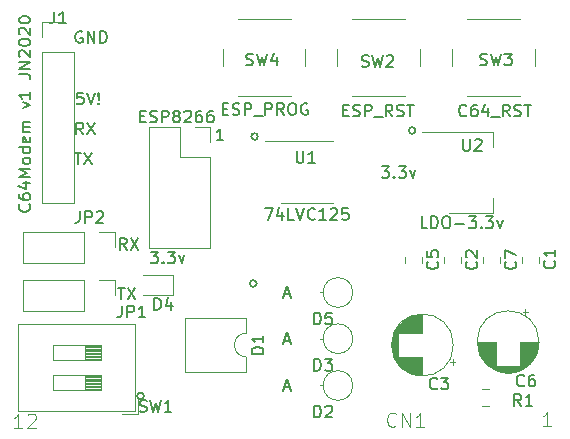
<source format=gbr>
%TF.GenerationSoftware,KiCad,Pcbnew,(5.1.6)-1*%
%TF.CreationDate,2020-09-04T20:31:26+02:00*%
%TF.ProjectId,c64modem,6336346d-6f64-4656-9d2e-6b696361645f,rev?*%
%TF.SameCoordinates,Original*%
%TF.FileFunction,Legend,Top*%
%TF.FilePolarity,Positive*%
%FSLAX46Y46*%
G04 Gerber Fmt 4.6, Leading zero omitted, Abs format (unit mm)*
G04 Created by KiCad (PCBNEW (5.1.6)-1) date 2020-09-04 20:31:26*
%MOMM*%
%LPD*%
G01*
G04 APERTURE LIST*
%ADD10C,0.150000*%
%ADD11C,0.120000*%
%ADD12C,0.101600*%
G04 APERTURE END LIST*
D10*
X160798238Y-82177380D02*
X160322047Y-82177380D01*
X160322047Y-81177380D01*
X161131571Y-82177380D02*
X161131571Y-81177380D01*
X161369666Y-81177380D01*
X161512523Y-81225000D01*
X161607761Y-81320238D01*
X161655380Y-81415476D01*
X161703000Y-81605952D01*
X161703000Y-81748809D01*
X161655380Y-81939285D01*
X161607761Y-82034523D01*
X161512523Y-82129761D01*
X161369666Y-82177380D01*
X161131571Y-82177380D01*
X162322047Y-81177380D02*
X162512523Y-81177380D01*
X162607761Y-81225000D01*
X162703000Y-81320238D01*
X162750619Y-81510714D01*
X162750619Y-81844047D01*
X162703000Y-82034523D01*
X162607761Y-82129761D01*
X162512523Y-82177380D01*
X162322047Y-82177380D01*
X162226809Y-82129761D01*
X162131571Y-82034523D01*
X162083952Y-81844047D01*
X162083952Y-81510714D01*
X162131571Y-81320238D01*
X162226809Y-81225000D01*
X162322047Y-81177380D01*
X163179190Y-81796428D02*
X163941095Y-81796428D01*
X164322047Y-81177380D02*
X164941095Y-81177380D01*
X164607761Y-81558333D01*
X164750619Y-81558333D01*
X164845857Y-81605952D01*
X164893476Y-81653571D01*
X164941095Y-81748809D01*
X164941095Y-81986904D01*
X164893476Y-82082142D01*
X164845857Y-82129761D01*
X164750619Y-82177380D01*
X164464904Y-82177380D01*
X164369666Y-82129761D01*
X164322047Y-82082142D01*
X165369666Y-82082142D02*
X165417285Y-82129761D01*
X165369666Y-82177380D01*
X165322047Y-82129761D01*
X165369666Y-82082142D01*
X165369666Y-82177380D01*
X165750619Y-81177380D02*
X166369666Y-81177380D01*
X166036333Y-81558333D01*
X166179190Y-81558333D01*
X166274428Y-81605952D01*
X166322047Y-81653571D01*
X166369666Y-81748809D01*
X166369666Y-81986904D01*
X166322047Y-82082142D01*
X166274428Y-82129761D01*
X166179190Y-82177380D01*
X165893476Y-82177380D01*
X165798238Y-82129761D01*
X165750619Y-82082142D01*
X166703000Y-81510714D02*
X166941095Y-82177380D01*
X167179190Y-81510714D01*
X147050571Y-80478380D02*
X147717238Y-80478380D01*
X147288666Y-81478380D01*
X148526761Y-80811714D02*
X148526761Y-81478380D01*
X148288666Y-80430761D02*
X148050571Y-81145047D01*
X148669619Y-81145047D01*
X149526761Y-81478380D02*
X149050571Y-81478380D01*
X149050571Y-80478380D01*
X149717238Y-80478380D02*
X150050571Y-81478380D01*
X150383904Y-80478380D01*
X151288666Y-81383142D02*
X151241047Y-81430761D01*
X151098190Y-81478380D01*
X151002952Y-81478380D01*
X150860095Y-81430761D01*
X150764857Y-81335523D01*
X150717238Y-81240285D01*
X150669619Y-81049809D01*
X150669619Y-80906952D01*
X150717238Y-80716476D01*
X150764857Y-80621238D01*
X150860095Y-80526000D01*
X151002952Y-80478380D01*
X151098190Y-80478380D01*
X151241047Y-80526000D01*
X151288666Y-80573619D01*
X152241047Y-81478380D02*
X151669619Y-81478380D01*
X151955333Y-81478380D02*
X151955333Y-80478380D01*
X151860095Y-80621238D01*
X151764857Y-80716476D01*
X151669619Y-80764095D01*
X152622000Y-80573619D02*
X152669619Y-80526000D01*
X152764857Y-80478380D01*
X153002952Y-80478380D01*
X153098190Y-80526000D01*
X153145809Y-80573619D01*
X153193428Y-80668857D01*
X153193428Y-80764095D01*
X153145809Y-80906952D01*
X152574380Y-81478380D01*
X153193428Y-81478380D01*
X154098190Y-80478380D02*
X153622000Y-80478380D01*
X153574380Y-80954571D01*
X153622000Y-80906952D01*
X153717238Y-80859333D01*
X153955333Y-80859333D01*
X154050571Y-80906952D01*
X154098190Y-80954571D01*
X154145809Y-81049809D01*
X154145809Y-81287904D01*
X154098190Y-81383142D01*
X154050571Y-81430761D01*
X153955333Y-81478380D01*
X153717238Y-81478380D01*
X153622000Y-81430761D01*
X153574380Y-81383142D01*
X164116047Y-72620142D02*
X164068428Y-72667761D01*
X163925571Y-72715380D01*
X163830333Y-72715380D01*
X163687476Y-72667761D01*
X163592238Y-72572523D01*
X163544619Y-72477285D01*
X163497000Y-72286809D01*
X163497000Y-72143952D01*
X163544619Y-71953476D01*
X163592238Y-71858238D01*
X163687476Y-71763000D01*
X163830333Y-71715380D01*
X163925571Y-71715380D01*
X164068428Y-71763000D01*
X164116047Y-71810619D01*
X164973190Y-71715380D02*
X164782714Y-71715380D01*
X164687476Y-71763000D01*
X164639857Y-71810619D01*
X164544619Y-71953476D01*
X164497000Y-72143952D01*
X164497000Y-72524904D01*
X164544619Y-72620142D01*
X164592238Y-72667761D01*
X164687476Y-72715380D01*
X164877952Y-72715380D01*
X164973190Y-72667761D01*
X165020809Y-72620142D01*
X165068428Y-72524904D01*
X165068428Y-72286809D01*
X165020809Y-72191571D01*
X164973190Y-72143952D01*
X164877952Y-72096333D01*
X164687476Y-72096333D01*
X164592238Y-72143952D01*
X164544619Y-72191571D01*
X164497000Y-72286809D01*
X165925571Y-72048714D02*
X165925571Y-72715380D01*
X165687476Y-71667761D02*
X165449380Y-72382047D01*
X166068428Y-72382047D01*
X166211285Y-72810619D02*
X166973190Y-72810619D01*
X167782714Y-72715380D02*
X167449380Y-72239190D01*
X167211285Y-72715380D02*
X167211285Y-71715380D01*
X167592238Y-71715380D01*
X167687476Y-71763000D01*
X167735095Y-71810619D01*
X167782714Y-71905857D01*
X167782714Y-72048714D01*
X167735095Y-72143952D01*
X167687476Y-72191571D01*
X167592238Y-72239190D01*
X167211285Y-72239190D01*
X168163666Y-72667761D02*
X168306523Y-72715380D01*
X168544619Y-72715380D01*
X168639857Y-72667761D01*
X168687476Y-72620142D01*
X168735095Y-72524904D01*
X168735095Y-72429666D01*
X168687476Y-72334428D01*
X168639857Y-72286809D01*
X168544619Y-72239190D01*
X168354142Y-72191571D01*
X168258904Y-72143952D01*
X168211285Y-72096333D01*
X168163666Y-72001095D01*
X168163666Y-71905857D01*
X168211285Y-71810619D01*
X168258904Y-71763000D01*
X168354142Y-71715380D01*
X168592238Y-71715380D01*
X168735095Y-71763000D01*
X169020809Y-71715380D02*
X169592238Y-71715380D01*
X169306523Y-72715380D02*
X169306523Y-71715380D01*
X153662428Y-72191571D02*
X153995761Y-72191571D01*
X154138619Y-72715380D02*
X153662428Y-72715380D01*
X153662428Y-71715380D01*
X154138619Y-71715380D01*
X154519571Y-72667761D02*
X154662428Y-72715380D01*
X154900523Y-72715380D01*
X154995761Y-72667761D01*
X155043380Y-72620142D01*
X155091000Y-72524904D01*
X155091000Y-72429666D01*
X155043380Y-72334428D01*
X154995761Y-72286809D01*
X154900523Y-72239190D01*
X154710047Y-72191571D01*
X154614809Y-72143952D01*
X154567190Y-72096333D01*
X154519571Y-72001095D01*
X154519571Y-71905857D01*
X154567190Y-71810619D01*
X154614809Y-71763000D01*
X154710047Y-71715380D01*
X154948142Y-71715380D01*
X155091000Y-71763000D01*
X155519571Y-72715380D02*
X155519571Y-71715380D01*
X155900523Y-71715380D01*
X155995761Y-71763000D01*
X156043380Y-71810619D01*
X156091000Y-71905857D01*
X156091000Y-72048714D01*
X156043380Y-72143952D01*
X155995761Y-72191571D01*
X155900523Y-72239190D01*
X155519571Y-72239190D01*
X156281476Y-72810619D02*
X157043380Y-72810619D01*
X157852904Y-72715380D02*
X157519571Y-72239190D01*
X157281476Y-72715380D02*
X157281476Y-71715380D01*
X157662428Y-71715380D01*
X157757666Y-71763000D01*
X157805285Y-71810619D01*
X157852904Y-71905857D01*
X157852904Y-72048714D01*
X157805285Y-72143952D01*
X157757666Y-72191571D01*
X157662428Y-72239190D01*
X157281476Y-72239190D01*
X158233857Y-72667761D02*
X158376714Y-72715380D01*
X158614809Y-72715380D01*
X158710047Y-72667761D01*
X158757666Y-72620142D01*
X158805285Y-72524904D01*
X158805285Y-72429666D01*
X158757666Y-72334428D01*
X158710047Y-72286809D01*
X158614809Y-72239190D01*
X158424333Y-72191571D01*
X158329095Y-72143952D01*
X158281476Y-72096333D01*
X158233857Y-72001095D01*
X158233857Y-71905857D01*
X158281476Y-71810619D01*
X158329095Y-71763000D01*
X158424333Y-71715380D01*
X158662428Y-71715380D01*
X158805285Y-71763000D01*
X159091000Y-71715380D02*
X159662428Y-71715380D01*
X159376714Y-72715380D02*
X159376714Y-71715380D01*
X143470761Y-72064571D02*
X143804095Y-72064571D01*
X143946952Y-72588380D02*
X143470761Y-72588380D01*
X143470761Y-71588380D01*
X143946952Y-71588380D01*
X144327904Y-72540761D02*
X144470761Y-72588380D01*
X144708857Y-72588380D01*
X144804095Y-72540761D01*
X144851714Y-72493142D01*
X144899333Y-72397904D01*
X144899333Y-72302666D01*
X144851714Y-72207428D01*
X144804095Y-72159809D01*
X144708857Y-72112190D01*
X144518380Y-72064571D01*
X144423142Y-72016952D01*
X144375523Y-71969333D01*
X144327904Y-71874095D01*
X144327904Y-71778857D01*
X144375523Y-71683619D01*
X144423142Y-71636000D01*
X144518380Y-71588380D01*
X144756476Y-71588380D01*
X144899333Y-71636000D01*
X145327904Y-72588380D02*
X145327904Y-71588380D01*
X145708857Y-71588380D01*
X145804095Y-71636000D01*
X145851714Y-71683619D01*
X145899333Y-71778857D01*
X145899333Y-71921714D01*
X145851714Y-72016952D01*
X145804095Y-72064571D01*
X145708857Y-72112190D01*
X145327904Y-72112190D01*
X146089809Y-72683619D02*
X146851714Y-72683619D01*
X147089809Y-72588380D02*
X147089809Y-71588380D01*
X147470761Y-71588380D01*
X147566000Y-71636000D01*
X147613619Y-71683619D01*
X147661238Y-71778857D01*
X147661238Y-71921714D01*
X147613619Y-72016952D01*
X147566000Y-72064571D01*
X147470761Y-72112190D01*
X147089809Y-72112190D01*
X148661238Y-72588380D02*
X148327904Y-72112190D01*
X148089809Y-72588380D02*
X148089809Y-71588380D01*
X148470761Y-71588380D01*
X148566000Y-71636000D01*
X148613619Y-71683619D01*
X148661238Y-71778857D01*
X148661238Y-71921714D01*
X148613619Y-72016952D01*
X148566000Y-72064571D01*
X148470761Y-72112190D01*
X148089809Y-72112190D01*
X149280285Y-71588380D02*
X149470761Y-71588380D01*
X149566000Y-71636000D01*
X149661238Y-71731238D01*
X149708857Y-71921714D01*
X149708857Y-72255047D01*
X149661238Y-72445523D01*
X149566000Y-72540761D01*
X149470761Y-72588380D01*
X149280285Y-72588380D01*
X149185047Y-72540761D01*
X149089809Y-72445523D01*
X149042190Y-72255047D01*
X149042190Y-71921714D01*
X149089809Y-71731238D01*
X149185047Y-71636000D01*
X149280285Y-71588380D01*
X150661238Y-71636000D02*
X150566000Y-71588380D01*
X150423142Y-71588380D01*
X150280285Y-71636000D01*
X150185047Y-71731238D01*
X150137428Y-71826476D01*
X150089809Y-72016952D01*
X150089809Y-72159809D01*
X150137428Y-72350285D01*
X150185047Y-72445523D01*
X150280285Y-72540761D01*
X150423142Y-72588380D01*
X150518380Y-72588380D01*
X150661238Y-72540761D01*
X150708857Y-72493142D01*
X150708857Y-72159809D01*
X150518380Y-72159809D01*
X156940428Y-76922380D02*
X157559476Y-76922380D01*
X157226142Y-77303333D01*
X157369000Y-77303333D01*
X157464238Y-77350952D01*
X157511857Y-77398571D01*
X157559476Y-77493809D01*
X157559476Y-77731904D01*
X157511857Y-77827142D01*
X157464238Y-77874761D01*
X157369000Y-77922380D01*
X157083285Y-77922380D01*
X156988047Y-77874761D01*
X156940428Y-77827142D01*
X157988047Y-77827142D02*
X158035666Y-77874761D01*
X157988047Y-77922380D01*
X157940428Y-77874761D01*
X157988047Y-77827142D01*
X157988047Y-77922380D01*
X158369000Y-76922380D02*
X158988047Y-76922380D01*
X158654714Y-77303333D01*
X158797571Y-77303333D01*
X158892809Y-77350952D01*
X158940428Y-77398571D01*
X158988047Y-77493809D01*
X158988047Y-77731904D01*
X158940428Y-77827142D01*
X158892809Y-77874761D01*
X158797571Y-77922380D01*
X158511857Y-77922380D01*
X158416619Y-77874761D01*
X158369000Y-77827142D01*
X159321380Y-77255714D02*
X159559476Y-77922380D01*
X159797571Y-77255714D01*
X135342333Y-84018380D02*
X135009000Y-83542190D01*
X134770904Y-84018380D02*
X134770904Y-83018380D01*
X135151857Y-83018380D01*
X135247095Y-83066000D01*
X135294714Y-83113619D01*
X135342333Y-83208857D01*
X135342333Y-83351714D01*
X135294714Y-83446952D01*
X135247095Y-83494571D01*
X135151857Y-83542190D01*
X134770904Y-83542190D01*
X135675666Y-83018380D02*
X136342333Y-84018380D01*
X136342333Y-83018380D02*
X135675666Y-84018380D01*
X136808981Y-96393000D02*
G75*
G03*
X136808981Y-96393000I-283981J0D01*
G01*
X146363961Y-86868000D02*
G75*
G03*
X146363961Y-86868000I-283981J0D01*
G01*
X159795981Y-73914000D02*
G75*
G03*
X159795981Y-73914000I-283981J0D01*
G01*
X146460981Y-74422000D02*
G75*
G03*
X146460981Y-74422000I-283981J0D01*
G01*
X131572095Y-65540000D02*
X131476857Y-65492380D01*
X131334000Y-65492380D01*
X131191142Y-65540000D01*
X131095904Y-65635238D01*
X131048285Y-65730476D01*
X131000666Y-65920952D01*
X131000666Y-66063809D01*
X131048285Y-66254285D01*
X131095904Y-66349523D01*
X131191142Y-66444761D01*
X131334000Y-66492380D01*
X131429238Y-66492380D01*
X131572095Y-66444761D01*
X131619714Y-66397142D01*
X131619714Y-66063809D01*
X131429238Y-66063809D01*
X132048285Y-66492380D02*
X132048285Y-65492380D01*
X132619714Y-66492380D01*
X132619714Y-65492380D01*
X133095904Y-66492380D02*
X133095904Y-65492380D01*
X133334000Y-65492380D01*
X133476857Y-65540000D01*
X133572095Y-65635238D01*
X133619714Y-65730476D01*
X133667333Y-65920952D01*
X133667333Y-66063809D01*
X133619714Y-66254285D01*
X133572095Y-66349523D01*
X133476857Y-66444761D01*
X133334000Y-66492380D01*
X133095904Y-66492380D01*
X130937095Y-75779380D02*
X131508523Y-75779380D01*
X131222809Y-76779380D02*
X131222809Y-75779380D01*
X131746619Y-75779380D02*
X132413285Y-76779380D01*
X132413285Y-75779380D02*
X131746619Y-76779380D01*
X131659333Y-74239380D02*
X131326000Y-73763190D01*
X131087904Y-74239380D02*
X131087904Y-73239380D01*
X131468857Y-73239380D01*
X131564095Y-73287000D01*
X131611714Y-73334619D01*
X131659333Y-73429857D01*
X131659333Y-73572714D01*
X131611714Y-73667952D01*
X131564095Y-73715571D01*
X131468857Y-73763190D01*
X131087904Y-73763190D01*
X131992666Y-73239380D02*
X132659333Y-74239380D01*
X132659333Y-73239380D02*
X131992666Y-74239380D01*
X131651428Y-70699380D02*
X131175238Y-70699380D01*
X131127619Y-71175571D01*
X131175238Y-71127952D01*
X131270476Y-71080333D01*
X131508571Y-71080333D01*
X131603809Y-71127952D01*
X131651428Y-71175571D01*
X131699047Y-71270809D01*
X131699047Y-71508904D01*
X131651428Y-71604142D01*
X131603809Y-71651761D01*
X131508571Y-71699380D01*
X131270476Y-71699380D01*
X131175238Y-71651761D01*
X131127619Y-71604142D01*
X131984761Y-70699380D02*
X132318095Y-71699380D01*
X132651428Y-70699380D01*
X132984761Y-71604142D02*
X133032380Y-71651761D01*
X132984761Y-71699380D01*
X132937142Y-71651761D01*
X132984761Y-71604142D01*
X132984761Y-71699380D01*
X132984761Y-71318428D02*
X132937142Y-70747000D01*
X132984761Y-70699380D01*
X133032380Y-70747000D01*
X132984761Y-71318428D01*
X132984761Y-70699380D01*
X143541714Y-74747380D02*
X142970285Y-74747380D01*
X143256000Y-74747380D02*
X143256000Y-73747380D01*
X143160761Y-73890238D01*
X143065523Y-73985476D01*
X142970285Y-74033095D01*
X137382428Y-84161380D02*
X138001476Y-84161380D01*
X137668142Y-84542333D01*
X137811000Y-84542333D01*
X137906238Y-84589952D01*
X137953857Y-84637571D01*
X138001476Y-84732809D01*
X138001476Y-84970904D01*
X137953857Y-85066142D01*
X137906238Y-85113761D01*
X137811000Y-85161380D01*
X137525285Y-85161380D01*
X137430047Y-85113761D01*
X137382428Y-85066142D01*
X138430047Y-85066142D02*
X138477666Y-85113761D01*
X138430047Y-85161380D01*
X138382428Y-85113761D01*
X138430047Y-85066142D01*
X138430047Y-85161380D01*
X138811000Y-84161380D02*
X139430047Y-84161380D01*
X139096714Y-84542333D01*
X139239571Y-84542333D01*
X139334809Y-84589952D01*
X139382428Y-84637571D01*
X139430047Y-84732809D01*
X139430047Y-84970904D01*
X139382428Y-85066142D01*
X139334809Y-85113761D01*
X139239571Y-85161380D01*
X138953857Y-85161380D01*
X138858619Y-85113761D01*
X138811000Y-85066142D01*
X139763380Y-84494714D02*
X140001476Y-85161380D01*
X140239571Y-84494714D01*
X127103142Y-80159857D02*
X127150761Y-80207476D01*
X127198380Y-80350333D01*
X127198380Y-80445571D01*
X127150761Y-80588428D01*
X127055523Y-80683666D01*
X126960285Y-80731285D01*
X126769809Y-80778904D01*
X126626952Y-80778904D01*
X126436476Y-80731285D01*
X126341238Y-80683666D01*
X126246000Y-80588428D01*
X126198380Y-80445571D01*
X126198380Y-80350333D01*
X126246000Y-80207476D01*
X126293619Y-80159857D01*
X126198380Y-79302714D02*
X126198380Y-79493190D01*
X126246000Y-79588428D01*
X126293619Y-79636047D01*
X126436476Y-79731285D01*
X126626952Y-79778904D01*
X127007904Y-79778904D01*
X127103142Y-79731285D01*
X127150761Y-79683666D01*
X127198380Y-79588428D01*
X127198380Y-79397952D01*
X127150761Y-79302714D01*
X127103142Y-79255095D01*
X127007904Y-79207476D01*
X126769809Y-79207476D01*
X126674571Y-79255095D01*
X126626952Y-79302714D01*
X126579333Y-79397952D01*
X126579333Y-79588428D01*
X126626952Y-79683666D01*
X126674571Y-79731285D01*
X126769809Y-79778904D01*
X126531714Y-78350333D02*
X127198380Y-78350333D01*
X126150761Y-78588428D02*
X126865047Y-78826523D01*
X126865047Y-78207476D01*
X127198380Y-77826523D02*
X126198380Y-77826523D01*
X126912666Y-77493190D01*
X126198380Y-77159857D01*
X127198380Y-77159857D01*
X127198380Y-76540809D02*
X127150761Y-76636047D01*
X127103142Y-76683666D01*
X127007904Y-76731285D01*
X126722190Y-76731285D01*
X126626952Y-76683666D01*
X126579333Y-76636047D01*
X126531714Y-76540809D01*
X126531714Y-76397952D01*
X126579333Y-76302714D01*
X126626952Y-76255095D01*
X126722190Y-76207476D01*
X127007904Y-76207476D01*
X127103142Y-76255095D01*
X127150761Y-76302714D01*
X127198380Y-76397952D01*
X127198380Y-76540809D01*
X127198380Y-75350333D02*
X126198380Y-75350333D01*
X127150761Y-75350333D02*
X127198380Y-75445571D01*
X127198380Y-75636047D01*
X127150761Y-75731285D01*
X127103142Y-75778904D01*
X127007904Y-75826523D01*
X126722190Y-75826523D01*
X126626952Y-75778904D01*
X126579333Y-75731285D01*
X126531714Y-75636047D01*
X126531714Y-75445571D01*
X126579333Y-75350333D01*
X127150761Y-74493190D02*
X127198380Y-74588428D01*
X127198380Y-74778904D01*
X127150761Y-74874142D01*
X127055523Y-74921761D01*
X126674571Y-74921761D01*
X126579333Y-74874142D01*
X126531714Y-74778904D01*
X126531714Y-74588428D01*
X126579333Y-74493190D01*
X126674571Y-74445571D01*
X126769809Y-74445571D01*
X126865047Y-74921761D01*
X127198380Y-74017000D02*
X126531714Y-74017000D01*
X126626952Y-74017000D02*
X126579333Y-73969380D01*
X126531714Y-73874142D01*
X126531714Y-73731285D01*
X126579333Y-73636047D01*
X126674571Y-73588428D01*
X127198380Y-73588428D01*
X126674571Y-73588428D02*
X126579333Y-73540809D01*
X126531714Y-73445571D01*
X126531714Y-73302714D01*
X126579333Y-73207476D01*
X126674571Y-73159857D01*
X127198380Y-73159857D01*
X126531714Y-72017000D02*
X127198380Y-71778904D01*
X126531714Y-71540809D01*
X127198380Y-70636047D02*
X127198380Y-71207476D01*
X127198380Y-70921761D02*
X126198380Y-70921761D01*
X126341238Y-71017000D01*
X126436476Y-71112238D01*
X126484095Y-71207476D01*
X126198380Y-69159857D02*
X126912666Y-69159857D01*
X127055523Y-69207476D01*
X127150761Y-69302714D01*
X127198380Y-69445571D01*
X127198380Y-69540809D01*
X127198380Y-68683666D02*
X126198380Y-68683666D01*
X127198380Y-68112238D01*
X126198380Y-68112238D01*
X126293619Y-67683666D02*
X126246000Y-67636047D01*
X126198380Y-67540809D01*
X126198380Y-67302714D01*
X126246000Y-67207476D01*
X126293619Y-67159857D01*
X126388857Y-67112238D01*
X126484095Y-67112238D01*
X126626952Y-67159857D01*
X127198380Y-67731285D01*
X127198380Y-67112238D01*
X126198380Y-66493190D02*
X126198380Y-66397952D01*
X126246000Y-66302714D01*
X126293619Y-66255095D01*
X126388857Y-66207476D01*
X126579333Y-66159857D01*
X126817428Y-66159857D01*
X127007904Y-66207476D01*
X127103142Y-66255095D01*
X127150761Y-66302714D01*
X127198380Y-66397952D01*
X127198380Y-66493190D01*
X127150761Y-66588428D01*
X127103142Y-66636047D01*
X127007904Y-66683666D01*
X126817428Y-66731285D01*
X126579333Y-66731285D01*
X126388857Y-66683666D01*
X126293619Y-66636047D01*
X126246000Y-66588428D01*
X126198380Y-66493190D01*
X126293619Y-65778904D02*
X126246000Y-65731285D01*
X126198380Y-65636047D01*
X126198380Y-65397952D01*
X126246000Y-65302714D01*
X126293619Y-65255095D01*
X126388857Y-65207476D01*
X126484095Y-65207476D01*
X126626952Y-65255095D01*
X127198380Y-65826523D01*
X127198380Y-65207476D01*
X126198380Y-64588428D02*
X126198380Y-64493190D01*
X126246000Y-64397952D01*
X126293619Y-64350333D01*
X126388857Y-64302714D01*
X126579333Y-64255095D01*
X126817428Y-64255095D01*
X127007904Y-64302714D01*
X127103142Y-64350333D01*
X127150761Y-64397952D01*
X127198380Y-64493190D01*
X127198380Y-64588428D01*
X127150761Y-64683666D01*
X127103142Y-64731285D01*
X127007904Y-64778904D01*
X126817428Y-64826523D01*
X126579333Y-64826523D01*
X126388857Y-64778904D01*
X126293619Y-64731285D01*
X126246000Y-64683666D01*
X126198380Y-64588428D01*
X134620095Y-87209380D02*
X135191523Y-87209380D01*
X134905809Y-88209380D02*
X134905809Y-87209380D01*
X135429619Y-87209380D02*
X136096285Y-88209380D01*
X136096285Y-87209380D02*
X135429619Y-88209380D01*
D11*
%TO.C,U2*%
X166375000Y-80880000D02*
X166375000Y-79620000D01*
X166375000Y-74060000D02*
X166375000Y-75320000D01*
X162615000Y-80880000D02*
X166375000Y-80880000D01*
X160365000Y-74060000D02*
X166375000Y-74060000D01*
%TO.C,U1*%
X150622000Y-74845000D02*
X147022000Y-74845000D01*
X150622000Y-74845000D02*
X152822000Y-74845000D01*
X150622000Y-80065000D02*
X148422000Y-80065000D01*
X150622000Y-80065000D02*
X152822000Y-80065000D01*
%TO.C,ESP8266*%
X141097000Y-73600000D02*
X142427000Y-73600000D01*
X142427000Y-73600000D02*
X142427000Y-74930000D01*
X139827000Y-73600000D02*
X139827000Y-76200000D01*
X139827000Y-76200000D02*
X142427000Y-76200000D01*
X142427000Y-76200000D02*
X142427000Y-83880000D01*
X137227000Y-83880000D02*
X142427000Y-83880000D01*
X137227000Y-73600000D02*
X137227000Y-83880000D01*
X137227000Y-73600000D02*
X139827000Y-73600000D01*
%TO.C,SW1*%
X136077500Y-97670000D02*
X126177500Y-97670000D01*
X136077500Y-90290000D02*
X126177500Y-90290000D01*
X136077500Y-97670000D02*
X136077500Y-90290000D01*
X126177500Y-97670000D02*
X126177500Y-90290000D01*
X136317500Y-97910000D02*
X134933500Y-97910000D01*
X136317500Y-97910000D02*
X136317500Y-96527000D01*
X133157500Y-95885000D02*
X133157500Y-94615000D01*
X133157500Y-94615000D02*
X129097500Y-94615000D01*
X129097500Y-94615000D02*
X129097500Y-95885000D01*
X129097500Y-95885000D02*
X133157500Y-95885000D01*
X133157500Y-95765000D02*
X131804167Y-95765000D01*
X133157500Y-95645000D02*
X131804167Y-95645000D01*
X133157500Y-95525000D02*
X131804167Y-95525000D01*
X133157500Y-95405000D02*
X131804167Y-95405000D01*
X133157500Y-95285000D02*
X131804167Y-95285000D01*
X133157500Y-95165000D02*
X131804167Y-95165000D01*
X133157500Y-95045000D02*
X131804167Y-95045000D01*
X133157500Y-94925000D02*
X131804167Y-94925000D01*
X133157500Y-94805000D02*
X131804167Y-94805000D01*
X133157500Y-94685000D02*
X131804167Y-94685000D01*
X131804167Y-95885000D02*
X131804167Y-94615000D01*
X133157500Y-93345000D02*
X133157500Y-92075000D01*
X133157500Y-92075000D02*
X129097500Y-92075000D01*
X129097500Y-92075000D02*
X129097500Y-93345000D01*
X129097500Y-93345000D02*
X133157500Y-93345000D01*
X133157500Y-93225000D02*
X131804167Y-93225000D01*
X133157500Y-93105000D02*
X131804167Y-93105000D01*
X133157500Y-92985000D02*
X131804167Y-92985000D01*
X133157500Y-92865000D02*
X131804167Y-92865000D01*
X133157500Y-92745000D02*
X131804167Y-92745000D01*
X133157500Y-92625000D02*
X131804167Y-92625000D01*
X133157500Y-92505000D02*
X131804167Y-92505000D01*
X133157500Y-92385000D02*
X131804167Y-92385000D01*
X133157500Y-92265000D02*
X131804167Y-92265000D01*
X133157500Y-92145000D02*
X131804167Y-92145000D01*
X131804167Y-93345000D02*
X131804167Y-92075000D01*
%TO.C,SW4*%
X149241000Y-64477000D02*
X144741000Y-64477000D01*
X150491000Y-68477000D02*
X150491000Y-66977000D01*
X144741000Y-70977000D02*
X149241000Y-70977000D01*
X143491000Y-66977000D02*
X143491000Y-68477000D01*
%TO.C,SW3*%
X168672000Y-64477000D02*
X164172000Y-64477000D01*
X169922000Y-68477000D02*
X169922000Y-66977000D01*
X164172000Y-70977000D02*
X168672000Y-70977000D01*
X162922000Y-66977000D02*
X162922000Y-68477000D01*
%TO.C,SW2*%
X158943800Y-64477000D02*
X154443800Y-64477000D01*
X160193800Y-68477000D02*
X160193800Y-66977000D01*
X154443800Y-70977000D02*
X158943800Y-70977000D01*
X153193800Y-66977000D02*
X153193800Y-68477000D01*
%TO.C,R1*%
X165473748Y-95810000D02*
X165996252Y-95810000D01*
X165473748Y-97230000D02*
X165996252Y-97230000D01*
%TO.C,JP2*%
X126584400Y-82490000D02*
X126584400Y-85150000D01*
X131724400Y-82490000D02*
X126584400Y-82490000D01*
X131724400Y-85150000D02*
X126584400Y-85150000D01*
X131724400Y-82490000D02*
X131724400Y-85150000D01*
X132994400Y-82490000D02*
X134324400Y-82490000D01*
X134324400Y-82490000D02*
X134324400Y-83820000D01*
%TO.C,JP1*%
X126584400Y-86554000D02*
X126584400Y-89214000D01*
X131724400Y-86554000D02*
X126584400Y-86554000D01*
X131724400Y-89214000D02*
X126584400Y-89214000D01*
X131724400Y-86554000D02*
X131724400Y-89214000D01*
X132994400Y-86554000D02*
X134324400Y-86554000D01*
X134324400Y-86554000D02*
X134324400Y-87884000D01*
%TO.C,J1*%
X128210000Y-80070000D02*
X130870000Y-80070000D01*
X128210000Y-67310000D02*
X128210000Y-80070000D01*
X130870000Y-67310000D02*
X130870000Y-80070000D01*
X128210000Y-67310000D02*
X130870000Y-67310000D01*
X128210000Y-66040000D02*
X128210000Y-64710000D01*
X128210000Y-64710000D02*
X129540000Y-64710000D01*
%TO.C,D5*%
X154493860Y-87630000D02*
G75*
G03*
X154493860Y-87630000I-1255660J0D01*
G01*
X151982540Y-87630000D02*
X151748200Y-87630000D01*
%TO.C,D4*%
X139295000Y-87845000D02*
X139295000Y-86145000D01*
X139295000Y-86145000D02*
X136745000Y-86145000D01*
X139295000Y-87845000D02*
X136745000Y-87845000D01*
%TO.C,D3*%
X154493860Y-91541600D02*
G75*
G03*
X154493860Y-91541600I-1255660J0D01*
G01*
X151982540Y-91541600D02*
X151748200Y-91541600D01*
%TO.C,D2*%
X154493860Y-95504000D02*
G75*
G03*
X154493860Y-95504000I-1255660J0D01*
G01*
X151982540Y-95504000D02*
X151748200Y-95504000D01*
%TO.C,D1*%
X145475000Y-91075000D02*
X145475000Y-89825000D01*
X145475000Y-89825000D02*
X140275000Y-89825000D01*
X140275000Y-89825000D02*
X140275000Y-94325000D01*
X140275000Y-94325000D02*
X145475000Y-94325000D01*
X145475000Y-94325000D02*
X145475000Y-93075000D01*
X145475000Y-93075000D02*
G75*
G02*
X145475000Y-91075000I0J1000000D01*
G01*
%TO.C,C7*%
X166953000Y-84583748D02*
X166953000Y-85106252D01*
X165533000Y-84583748D02*
X165533000Y-85106252D01*
%TO.C,C6*%
X170260000Y-91805000D02*
G75*
G03*
X170260000Y-91805000I-2620000J0D01*
G01*
X166600000Y-91805000D02*
X165060000Y-91805000D01*
X170220000Y-91805000D02*
X168680000Y-91805000D01*
X166600000Y-91845000D02*
X165060000Y-91845000D01*
X170220000Y-91845000D02*
X168680000Y-91845000D01*
X170219000Y-91885000D02*
X168680000Y-91885000D01*
X166600000Y-91885000D02*
X165061000Y-91885000D01*
X170218000Y-91925000D02*
X168680000Y-91925000D01*
X166600000Y-91925000D02*
X165062000Y-91925000D01*
X170216000Y-91965000D02*
X168680000Y-91965000D01*
X166600000Y-91965000D02*
X165064000Y-91965000D01*
X170213000Y-92005000D02*
X168680000Y-92005000D01*
X166600000Y-92005000D02*
X165067000Y-92005000D01*
X170209000Y-92045000D02*
X168680000Y-92045000D01*
X166600000Y-92045000D02*
X165071000Y-92045000D01*
X170205000Y-92085000D02*
X168680000Y-92085000D01*
X166600000Y-92085000D02*
X165075000Y-92085000D01*
X170201000Y-92125000D02*
X168680000Y-92125000D01*
X166600000Y-92125000D02*
X165079000Y-92125000D01*
X170196000Y-92165000D02*
X168680000Y-92165000D01*
X166600000Y-92165000D02*
X165084000Y-92165000D01*
X170190000Y-92205000D02*
X168680000Y-92205000D01*
X166600000Y-92205000D02*
X165090000Y-92205000D01*
X170183000Y-92245000D02*
X168680000Y-92245000D01*
X166600000Y-92245000D02*
X165097000Y-92245000D01*
X170176000Y-92285000D02*
X168680000Y-92285000D01*
X166600000Y-92285000D02*
X165104000Y-92285000D01*
X170168000Y-92325000D02*
X168680000Y-92325000D01*
X166600000Y-92325000D02*
X165112000Y-92325000D01*
X170160000Y-92365000D02*
X168680000Y-92365000D01*
X166600000Y-92365000D02*
X165120000Y-92365000D01*
X170151000Y-92405000D02*
X168680000Y-92405000D01*
X166600000Y-92405000D02*
X165129000Y-92405000D01*
X170141000Y-92445000D02*
X168680000Y-92445000D01*
X166600000Y-92445000D02*
X165139000Y-92445000D01*
X170131000Y-92485000D02*
X168680000Y-92485000D01*
X166600000Y-92485000D02*
X165149000Y-92485000D01*
X170120000Y-92526000D02*
X168680000Y-92526000D01*
X166600000Y-92526000D02*
X165160000Y-92526000D01*
X170108000Y-92566000D02*
X168680000Y-92566000D01*
X166600000Y-92566000D02*
X165172000Y-92566000D01*
X170095000Y-92606000D02*
X168680000Y-92606000D01*
X166600000Y-92606000D02*
X165185000Y-92606000D01*
X170082000Y-92646000D02*
X168680000Y-92646000D01*
X166600000Y-92646000D02*
X165198000Y-92646000D01*
X170068000Y-92686000D02*
X168680000Y-92686000D01*
X166600000Y-92686000D02*
X165212000Y-92686000D01*
X170054000Y-92726000D02*
X168680000Y-92726000D01*
X166600000Y-92726000D02*
X165226000Y-92726000D01*
X170038000Y-92766000D02*
X168680000Y-92766000D01*
X166600000Y-92766000D02*
X165242000Y-92766000D01*
X170022000Y-92806000D02*
X168680000Y-92806000D01*
X166600000Y-92806000D02*
X165258000Y-92806000D01*
X170005000Y-92846000D02*
X168680000Y-92846000D01*
X166600000Y-92846000D02*
X165275000Y-92846000D01*
X169988000Y-92886000D02*
X168680000Y-92886000D01*
X166600000Y-92886000D02*
X165292000Y-92886000D01*
X169969000Y-92926000D02*
X168680000Y-92926000D01*
X166600000Y-92926000D02*
X165311000Y-92926000D01*
X169950000Y-92966000D02*
X168680000Y-92966000D01*
X166600000Y-92966000D02*
X165330000Y-92966000D01*
X169930000Y-93006000D02*
X168680000Y-93006000D01*
X166600000Y-93006000D02*
X165350000Y-93006000D01*
X169908000Y-93046000D02*
X168680000Y-93046000D01*
X166600000Y-93046000D02*
X165372000Y-93046000D01*
X169887000Y-93086000D02*
X168680000Y-93086000D01*
X166600000Y-93086000D02*
X165393000Y-93086000D01*
X169864000Y-93126000D02*
X168680000Y-93126000D01*
X166600000Y-93126000D02*
X165416000Y-93126000D01*
X169840000Y-93166000D02*
X168680000Y-93166000D01*
X166600000Y-93166000D02*
X165440000Y-93166000D01*
X169815000Y-93206000D02*
X168680000Y-93206000D01*
X166600000Y-93206000D02*
X165465000Y-93206000D01*
X169789000Y-93246000D02*
X168680000Y-93246000D01*
X166600000Y-93246000D02*
X165491000Y-93246000D01*
X169762000Y-93286000D02*
X168680000Y-93286000D01*
X166600000Y-93286000D02*
X165518000Y-93286000D01*
X169735000Y-93326000D02*
X168680000Y-93326000D01*
X166600000Y-93326000D02*
X165545000Y-93326000D01*
X169705000Y-93366000D02*
X168680000Y-93366000D01*
X166600000Y-93366000D02*
X165575000Y-93366000D01*
X169675000Y-93406000D02*
X168680000Y-93406000D01*
X166600000Y-93406000D02*
X165605000Y-93406000D01*
X169644000Y-93446000D02*
X168680000Y-93446000D01*
X166600000Y-93446000D02*
X165636000Y-93446000D01*
X169611000Y-93486000D02*
X168680000Y-93486000D01*
X166600000Y-93486000D02*
X165669000Y-93486000D01*
X169577000Y-93526000D02*
X168680000Y-93526000D01*
X166600000Y-93526000D02*
X165703000Y-93526000D01*
X169541000Y-93566000D02*
X168680000Y-93566000D01*
X166600000Y-93566000D02*
X165739000Y-93566000D01*
X169504000Y-93606000D02*
X168680000Y-93606000D01*
X166600000Y-93606000D02*
X165776000Y-93606000D01*
X169466000Y-93646000D02*
X168680000Y-93646000D01*
X166600000Y-93646000D02*
X165814000Y-93646000D01*
X169425000Y-93686000D02*
X168680000Y-93686000D01*
X166600000Y-93686000D02*
X165855000Y-93686000D01*
X169383000Y-93726000D02*
X168680000Y-93726000D01*
X166600000Y-93726000D02*
X165897000Y-93726000D01*
X169339000Y-93766000D02*
X168680000Y-93766000D01*
X166600000Y-93766000D02*
X165941000Y-93766000D01*
X169293000Y-93806000D02*
X168680000Y-93806000D01*
X166600000Y-93806000D02*
X165987000Y-93806000D01*
X169245000Y-93846000D02*
X166035000Y-93846000D01*
X169194000Y-93886000D02*
X166086000Y-93886000D01*
X169140000Y-93926000D02*
X166140000Y-93926000D01*
X169083000Y-93966000D02*
X166197000Y-93966000D01*
X169023000Y-94006000D02*
X166257000Y-94006000D01*
X168959000Y-94046000D02*
X166321000Y-94046000D01*
X168891000Y-94086000D02*
X166389000Y-94086000D01*
X168818000Y-94126000D02*
X166462000Y-94126000D01*
X168738000Y-94166000D02*
X166542000Y-94166000D01*
X168651000Y-94206000D02*
X166629000Y-94206000D01*
X168555000Y-94246000D02*
X166725000Y-94246000D01*
X168445000Y-94286000D02*
X166835000Y-94286000D01*
X168317000Y-94326000D02*
X166963000Y-94326000D01*
X168158000Y-94366000D02*
X167122000Y-94366000D01*
X167924000Y-94406000D02*
X167356000Y-94406000D01*
X169115000Y-89000225D02*
X169115000Y-89500225D01*
X169365000Y-89250225D02*
X168865000Y-89250225D01*
%TO.C,C5*%
X160349000Y-84583748D02*
X160349000Y-85106252D01*
X158929000Y-84583748D02*
X158929000Y-85106252D01*
%TO.C,C3*%
X163005000Y-92075000D02*
G75*
G03*
X163005000Y-92075000I-2620000J0D01*
G01*
X160385000Y-91035000D02*
X160385000Y-89495000D01*
X160385000Y-94655000D02*
X160385000Y-93115000D01*
X160345000Y-91035000D02*
X160345000Y-89495000D01*
X160345000Y-94655000D02*
X160345000Y-93115000D01*
X160305000Y-94654000D02*
X160305000Y-93115000D01*
X160305000Y-91035000D02*
X160305000Y-89496000D01*
X160265000Y-94653000D02*
X160265000Y-93115000D01*
X160265000Y-91035000D02*
X160265000Y-89497000D01*
X160225000Y-94651000D02*
X160225000Y-93115000D01*
X160225000Y-91035000D02*
X160225000Y-89499000D01*
X160185000Y-94648000D02*
X160185000Y-93115000D01*
X160185000Y-91035000D02*
X160185000Y-89502000D01*
X160145000Y-94644000D02*
X160145000Y-93115000D01*
X160145000Y-91035000D02*
X160145000Y-89506000D01*
X160105000Y-94640000D02*
X160105000Y-93115000D01*
X160105000Y-91035000D02*
X160105000Y-89510000D01*
X160065000Y-94636000D02*
X160065000Y-93115000D01*
X160065000Y-91035000D02*
X160065000Y-89514000D01*
X160025000Y-94631000D02*
X160025000Y-93115000D01*
X160025000Y-91035000D02*
X160025000Y-89519000D01*
X159985000Y-94625000D02*
X159985000Y-93115000D01*
X159985000Y-91035000D02*
X159985000Y-89525000D01*
X159945000Y-94618000D02*
X159945000Y-93115000D01*
X159945000Y-91035000D02*
X159945000Y-89532000D01*
X159905000Y-94611000D02*
X159905000Y-93115000D01*
X159905000Y-91035000D02*
X159905000Y-89539000D01*
X159865000Y-94603000D02*
X159865000Y-93115000D01*
X159865000Y-91035000D02*
X159865000Y-89547000D01*
X159825000Y-94595000D02*
X159825000Y-93115000D01*
X159825000Y-91035000D02*
X159825000Y-89555000D01*
X159785000Y-94586000D02*
X159785000Y-93115000D01*
X159785000Y-91035000D02*
X159785000Y-89564000D01*
X159745000Y-94576000D02*
X159745000Y-93115000D01*
X159745000Y-91035000D02*
X159745000Y-89574000D01*
X159705000Y-94566000D02*
X159705000Y-93115000D01*
X159705000Y-91035000D02*
X159705000Y-89584000D01*
X159664000Y-94555000D02*
X159664000Y-93115000D01*
X159664000Y-91035000D02*
X159664000Y-89595000D01*
X159624000Y-94543000D02*
X159624000Y-93115000D01*
X159624000Y-91035000D02*
X159624000Y-89607000D01*
X159584000Y-94530000D02*
X159584000Y-93115000D01*
X159584000Y-91035000D02*
X159584000Y-89620000D01*
X159544000Y-94517000D02*
X159544000Y-93115000D01*
X159544000Y-91035000D02*
X159544000Y-89633000D01*
X159504000Y-94503000D02*
X159504000Y-93115000D01*
X159504000Y-91035000D02*
X159504000Y-89647000D01*
X159464000Y-94489000D02*
X159464000Y-93115000D01*
X159464000Y-91035000D02*
X159464000Y-89661000D01*
X159424000Y-94473000D02*
X159424000Y-93115000D01*
X159424000Y-91035000D02*
X159424000Y-89677000D01*
X159384000Y-94457000D02*
X159384000Y-93115000D01*
X159384000Y-91035000D02*
X159384000Y-89693000D01*
X159344000Y-94440000D02*
X159344000Y-93115000D01*
X159344000Y-91035000D02*
X159344000Y-89710000D01*
X159304000Y-94423000D02*
X159304000Y-93115000D01*
X159304000Y-91035000D02*
X159304000Y-89727000D01*
X159264000Y-94404000D02*
X159264000Y-93115000D01*
X159264000Y-91035000D02*
X159264000Y-89746000D01*
X159224000Y-94385000D02*
X159224000Y-93115000D01*
X159224000Y-91035000D02*
X159224000Y-89765000D01*
X159184000Y-94365000D02*
X159184000Y-93115000D01*
X159184000Y-91035000D02*
X159184000Y-89785000D01*
X159144000Y-94343000D02*
X159144000Y-93115000D01*
X159144000Y-91035000D02*
X159144000Y-89807000D01*
X159104000Y-94322000D02*
X159104000Y-93115000D01*
X159104000Y-91035000D02*
X159104000Y-89828000D01*
X159064000Y-94299000D02*
X159064000Y-93115000D01*
X159064000Y-91035000D02*
X159064000Y-89851000D01*
X159024000Y-94275000D02*
X159024000Y-93115000D01*
X159024000Y-91035000D02*
X159024000Y-89875000D01*
X158984000Y-94250000D02*
X158984000Y-93115000D01*
X158984000Y-91035000D02*
X158984000Y-89900000D01*
X158944000Y-94224000D02*
X158944000Y-93115000D01*
X158944000Y-91035000D02*
X158944000Y-89926000D01*
X158904000Y-94197000D02*
X158904000Y-93115000D01*
X158904000Y-91035000D02*
X158904000Y-89953000D01*
X158864000Y-94170000D02*
X158864000Y-93115000D01*
X158864000Y-91035000D02*
X158864000Y-89980000D01*
X158824000Y-94140000D02*
X158824000Y-93115000D01*
X158824000Y-91035000D02*
X158824000Y-90010000D01*
X158784000Y-94110000D02*
X158784000Y-93115000D01*
X158784000Y-91035000D02*
X158784000Y-90040000D01*
X158744000Y-94079000D02*
X158744000Y-93115000D01*
X158744000Y-91035000D02*
X158744000Y-90071000D01*
X158704000Y-94046000D02*
X158704000Y-93115000D01*
X158704000Y-91035000D02*
X158704000Y-90104000D01*
X158664000Y-94012000D02*
X158664000Y-93115000D01*
X158664000Y-91035000D02*
X158664000Y-90138000D01*
X158624000Y-93976000D02*
X158624000Y-93115000D01*
X158624000Y-91035000D02*
X158624000Y-90174000D01*
X158584000Y-93939000D02*
X158584000Y-93115000D01*
X158584000Y-91035000D02*
X158584000Y-90211000D01*
X158544000Y-93901000D02*
X158544000Y-93115000D01*
X158544000Y-91035000D02*
X158544000Y-90249000D01*
X158504000Y-93860000D02*
X158504000Y-93115000D01*
X158504000Y-91035000D02*
X158504000Y-90290000D01*
X158464000Y-93818000D02*
X158464000Y-93115000D01*
X158464000Y-91035000D02*
X158464000Y-90332000D01*
X158424000Y-93774000D02*
X158424000Y-93115000D01*
X158424000Y-91035000D02*
X158424000Y-90376000D01*
X158384000Y-93728000D02*
X158384000Y-93115000D01*
X158384000Y-91035000D02*
X158384000Y-90422000D01*
X158344000Y-93680000D02*
X158344000Y-90470000D01*
X158304000Y-93629000D02*
X158304000Y-90521000D01*
X158264000Y-93575000D02*
X158264000Y-90575000D01*
X158224000Y-93518000D02*
X158224000Y-90632000D01*
X158184000Y-93458000D02*
X158184000Y-90692000D01*
X158144000Y-93394000D02*
X158144000Y-90756000D01*
X158104000Y-93326000D02*
X158104000Y-90824000D01*
X158064000Y-93253000D02*
X158064000Y-90897000D01*
X158024000Y-93173000D02*
X158024000Y-90977000D01*
X157984000Y-93086000D02*
X157984000Y-91064000D01*
X157944000Y-92990000D02*
X157944000Y-91160000D01*
X157904000Y-92880000D02*
X157904000Y-91270000D01*
X157864000Y-92752000D02*
X157864000Y-91398000D01*
X157824000Y-92593000D02*
X157824000Y-91557000D01*
X157784000Y-92359000D02*
X157784000Y-91791000D01*
X163189775Y-93550000D02*
X162689775Y-93550000D01*
X162939775Y-93800000D02*
X162939775Y-93300000D01*
%TO.C,C2*%
X163651000Y-84583748D02*
X163651000Y-85106252D01*
X162231000Y-84583748D02*
X162231000Y-85106252D01*
%TO.C,C1*%
X168835000Y-85106252D02*
X168835000Y-84583748D01*
X170255000Y-85106252D02*
X170255000Y-84583748D01*
%TO.C,U2*%
D10*
X163830095Y-74636380D02*
X163830095Y-75445904D01*
X163877714Y-75541142D01*
X163925333Y-75588761D01*
X164020571Y-75636380D01*
X164211047Y-75636380D01*
X164306285Y-75588761D01*
X164353904Y-75541142D01*
X164401523Y-75445904D01*
X164401523Y-74636380D01*
X164830095Y-74731619D02*
X164877714Y-74684000D01*
X164972952Y-74636380D01*
X165211047Y-74636380D01*
X165306285Y-74684000D01*
X165353904Y-74731619D01*
X165401523Y-74826857D01*
X165401523Y-74922095D01*
X165353904Y-75064952D01*
X164782476Y-75636380D01*
X165401523Y-75636380D01*
%TO.C,U1*%
X149733095Y-75652380D02*
X149733095Y-76461904D01*
X149780714Y-76557142D01*
X149828333Y-76604761D01*
X149923571Y-76652380D01*
X150114047Y-76652380D01*
X150209285Y-76604761D01*
X150256904Y-76557142D01*
X150304523Y-76461904D01*
X150304523Y-75652380D01*
X151304523Y-76652380D02*
X150733095Y-76652380D01*
X151018809Y-76652380D02*
X151018809Y-75652380D01*
X150923571Y-75795238D01*
X150828333Y-75890476D01*
X150733095Y-75938095D01*
%TO.C,ESP8266*%
X136477761Y-72699571D02*
X136811095Y-72699571D01*
X136953952Y-73223380D02*
X136477761Y-73223380D01*
X136477761Y-72223380D01*
X136953952Y-72223380D01*
X137334904Y-73175761D02*
X137477761Y-73223380D01*
X137715857Y-73223380D01*
X137811095Y-73175761D01*
X137858714Y-73128142D01*
X137906333Y-73032904D01*
X137906333Y-72937666D01*
X137858714Y-72842428D01*
X137811095Y-72794809D01*
X137715857Y-72747190D01*
X137525380Y-72699571D01*
X137430142Y-72651952D01*
X137382523Y-72604333D01*
X137334904Y-72509095D01*
X137334904Y-72413857D01*
X137382523Y-72318619D01*
X137430142Y-72271000D01*
X137525380Y-72223380D01*
X137763476Y-72223380D01*
X137906333Y-72271000D01*
X138334904Y-73223380D02*
X138334904Y-72223380D01*
X138715857Y-72223380D01*
X138811095Y-72271000D01*
X138858714Y-72318619D01*
X138906333Y-72413857D01*
X138906333Y-72556714D01*
X138858714Y-72651952D01*
X138811095Y-72699571D01*
X138715857Y-72747190D01*
X138334904Y-72747190D01*
X139477761Y-72651952D02*
X139382523Y-72604333D01*
X139334904Y-72556714D01*
X139287285Y-72461476D01*
X139287285Y-72413857D01*
X139334904Y-72318619D01*
X139382523Y-72271000D01*
X139477761Y-72223380D01*
X139668238Y-72223380D01*
X139763476Y-72271000D01*
X139811095Y-72318619D01*
X139858714Y-72413857D01*
X139858714Y-72461476D01*
X139811095Y-72556714D01*
X139763476Y-72604333D01*
X139668238Y-72651952D01*
X139477761Y-72651952D01*
X139382523Y-72699571D01*
X139334904Y-72747190D01*
X139287285Y-72842428D01*
X139287285Y-73032904D01*
X139334904Y-73128142D01*
X139382523Y-73175761D01*
X139477761Y-73223380D01*
X139668238Y-73223380D01*
X139763476Y-73175761D01*
X139811095Y-73128142D01*
X139858714Y-73032904D01*
X139858714Y-72842428D01*
X139811095Y-72747190D01*
X139763476Y-72699571D01*
X139668238Y-72651952D01*
X140239666Y-72318619D02*
X140287285Y-72271000D01*
X140382523Y-72223380D01*
X140620619Y-72223380D01*
X140715857Y-72271000D01*
X140763476Y-72318619D01*
X140811095Y-72413857D01*
X140811095Y-72509095D01*
X140763476Y-72651952D01*
X140192047Y-73223380D01*
X140811095Y-73223380D01*
X141668238Y-72223380D02*
X141477761Y-72223380D01*
X141382523Y-72271000D01*
X141334904Y-72318619D01*
X141239666Y-72461476D01*
X141192047Y-72651952D01*
X141192047Y-73032904D01*
X141239666Y-73128142D01*
X141287285Y-73175761D01*
X141382523Y-73223380D01*
X141573000Y-73223380D01*
X141668238Y-73175761D01*
X141715857Y-73128142D01*
X141763476Y-73032904D01*
X141763476Y-72794809D01*
X141715857Y-72699571D01*
X141668238Y-72651952D01*
X141573000Y-72604333D01*
X141382523Y-72604333D01*
X141287285Y-72651952D01*
X141239666Y-72699571D01*
X141192047Y-72794809D01*
X142620619Y-72223380D02*
X142430142Y-72223380D01*
X142334904Y-72271000D01*
X142287285Y-72318619D01*
X142192047Y-72461476D01*
X142144428Y-72651952D01*
X142144428Y-73032904D01*
X142192047Y-73128142D01*
X142239666Y-73175761D01*
X142334904Y-73223380D01*
X142525380Y-73223380D01*
X142620619Y-73175761D01*
X142668238Y-73128142D01*
X142715857Y-73032904D01*
X142715857Y-72794809D01*
X142668238Y-72699571D01*
X142620619Y-72651952D01*
X142525380Y-72604333D01*
X142334904Y-72604333D01*
X142239666Y-72651952D01*
X142192047Y-72699571D01*
X142144428Y-72794809D01*
%TO.C,SW1*%
X136461666Y-97686761D02*
X136604523Y-97734380D01*
X136842619Y-97734380D01*
X136937857Y-97686761D01*
X136985476Y-97639142D01*
X137033095Y-97543904D01*
X137033095Y-97448666D01*
X136985476Y-97353428D01*
X136937857Y-97305809D01*
X136842619Y-97258190D01*
X136652142Y-97210571D01*
X136556904Y-97162952D01*
X136509285Y-97115333D01*
X136461666Y-97020095D01*
X136461666Y-96924857D01*
X136509285Y-96829619D01*
X136556904Y-96782000D01*
X136652142Y-96734380D01*
X136890238Y-96734380D01*
X137033095Y-96782000D01*
X137366428Y-96734380D02*
X137604523Y-97734380D01*
X137795000Y-97020095D01*
X137985476Y-97734380D01*
X138223571Y-96734380D01*
X139128333Y-97734380D02*
X138556904Y-97734380D01*
X138842619Y-97734380D02*
X138842619Y-96734380D01*
X138747380Y-96877238D01*
X138652142Y-96972476D01*
X138556904Y-97020095D01*
%TO.C,SW4*%
X145478666Y-68349761D02*
X145621523Y-68397380D01*
X145859619Y-68397380D01*
X145954857Y-68349761D01*
X146002476Y-68302142D01*
X146050095Y-68206904D01*
X146050095Y-68111666D01*
X146002476Y-68016428D01*
X145954857Y-67968809D01*
X145859619Y-67921190D01*
X145669142Y-67873571D01*
X145573904Y-67825952D01*
X145526285Y-67778333D01*
X145478666Y-67683095D01*
X145478666Y-67587857D01*
X145526285Y-67492619D01*
X145573904Y-67445000D01*
X145669142Y-67397380D01*
X145907238Y-67397380D01*
X146050095Y-67445000D01*
X146383428Y-67397380D02*
X146621523Y-68397380D01*
X146812000Y-67683095D01*
X147002476Y-68397380D01*
X147240571Y-67397380D01*
X148050095Y-67730714D02*
X148050095Y-68397380D01*
X147812000Y-67349761D02*
X147573904Y-68064047D01*
X148192952Y-68064047D01*
%TO.C,SW3*%
X165290666Y-68349761D02*
X165433523Y-68397380D01*
X165671619Y-68397380D01*
X165766857Y-68349761D01*
X165814476Y-68302142D01*
X165862095Y-68206904D01*
X165862095Y-68111666D01*
X165814476Y-68016428D01*
X165766857Y-67968809D01*
X165671619Y-67921190D01*
X165481142Y-67873571D01*
X165385904Y-67825952D01*
X165338285Y-67778333D01*
X165290666Y-67683095D01*
X165290666Y-67587857D01*
X165338285Y-67492619D01*
X165385904Y-67445000D01*
X165481142Y-67397380D01*
X165719238Y-67397380D01*
X165862095Y-67445000D01*
X166195428Y-67397380D02*
X166433523Y-68397380D01*
X166624000Y-67683095D01*
X166814476Y-68397380D01*
X167052571Y-67397380D01*
X167338285Y-67397380D02*
X167957333Y-67397380D01*
X167624000Y-67778333D01*
X167766857Y-67778333D01*
X167862095Y-67825952D01*
X167909714Y-67873571D01*
X167957333Y-67968809D01*
X167957333Y-68206904D01*
X167909714Y-68302142D01*
X167862095Y-68349761D01*
X167766857Y-68397380D01*
X167481142Y-68397380D01*
X167385904Y-68349761D01*
X167338285Y-68302142D01*
%TO.C,SW2*%
X155257666Y-68476761D02*
X155400523Y-68524380D01*
X155638619Y-68524380D01*
X155733857Y-68476761D01*
X155781476Y-68429142D01*
X155829095Y-68333904D01*
X155829095Y-68238666D01*
X155781476Y-68143428D01*
X155733857Y-68095809D01*
X155638619Y-68048190D01*
X155448142Y-68000571D01*
X155352904Y-67952952D01*
X155305285Y-67905333D01*
X155257666Y-67810095D01*
X155257666Y-67714857D01*
X155305285Y-67619619D01*
X155352904Y-67572000D01*
X155448142Y-67524380D01*
X155686238Y-67524380D01*
X155829095Y-67572000D01*
X156162428Y-67524380D02*
X156400523Y-68524380D01*
X156591000Y-67810095D01*
X156781476Y-68524380D01*
X157019571Y-67524380D01*
X157352904Y-67619619D02*
X157400523Y-67572000D01*
X157495761Y-67524380D01*
X157733857Y-67524380D01*
X157829095Y-67572000D01*
X157876714Y-67619619D01*
X157924333Y-67714857D01*
X157924333Y-67810095D01*
X157876714Y-67952952D01*
X157305285Y-68524380D01*
X157924333Y-68524380D01*
%TO.C,R1*%
X168743333Y-97226380D02*
X168410000Y-96750190D01*
X168171904Y-97226380D02*
X168171904Y-96226380D01*
X168552857Y-96226380D01*
X168648095Y-96274000D01*
X168695714Y-96321619D01*
X168743333Y-96416857D01*
X168743333Y-96559714D01*
X168695714Y-96654952D01*
X168648095Y-96702571D01*
X168552857Y-96750190D01*
X168171904Y-96750190D01*
X169695714Y-97226380D02*
X169124285Y-97226380D01*
X169410000Y-97226380D02*
X169410000Y-96226380D01*
X169314761Y-96369238D01*
X169219523Y-96464476D01*
X169124285Y-96512095D01*
%TO.C,JP2*%
X131373666Y-80732380D02*
X131373666Y-81446666D01*
X131326047Y-81589523D01*
X131230809Y-81684761D01*
X131087952Y-81732380D01*
X130992714Y-81732380D01*
X131849857Y-81732380D02*
X131849857Y-80732380D01*
X132230809Y-80732380D01*
X132326047Y-80780000D01*
X132373666Y-80827619D01*
X132421285Y-80922857D01*
X132421285Y-81065714D01*
X132373666Y-81160952D01*
X132326047Y-81208571D01*
X132230809Y-81256190D01*
X131849857Y-81256190D01*
X132802238Y-80827619D02*
X132849857Y-80780000D01*
X132945095Y-80732380D01*
X133183190Y-80732380D01*
X133278428Y-80780000D01*
X133326047Y-80827619D01*
X133373666Y-80922857D01*
X133373666Y-81018095D01*
X133326047Y-81160952D01*
X132754619Y-81732380D01*
X133373666Y-81732380D01*
%TO.C,JP1*%
X134929666Y-88733380D02*
X134929666Y-89447666D01*
X134882047Y-89590523D01*
X134786809Y-89685761D01*
X134643952Y-89733380D01*
X134548714Y-89733380D01*
X135405857Y-89733380D02*
X135405857Y-88733380D01*
X135786809Y-88733380D01*
X135882047Y-88781000D01*
X135929666Y-88828619D01*
X135977285Y-88923857D01*
X135977285Y-89066714D01*
X135929666Y-89161952D01*
X135882047Y-89209571D01*
X135786809Y-89257190D01*
X135405857Y-89257190D01*
X136929666Y-89733380D02*
X136358238Y-89733380D01*
X136643952Y-89733380D02*
X136643952Y-88733380D01*
X136548714Y-88876238D01*
X136453476Y-88971476D01*
X136358238Y-89019095D01*
%TO.C,J1*%
X129206666Y-63841380D02*
X129206666Y-64555666D01*
X129159047Y-64698523D01*
X129063809Y-64793761D01*
X128920952Y-64841380D01*
X128825714Y-64841380D01*
X130206666Y-64841380D02*
X129635238Y-64841380D01*
X129920952Y-64841380D02*
X129920952Y-63841380D01*
X129825714Y-63984238D01*
X129730476Y-64079476D01*
X129635238Y-64127095D01*
%TO.C,D5*%
X151230104Y-90338040D02*
X151230104Y-89338040D01*
X151468200Y-89338040D01*
X151611057Y-89385660D01*
X151706295Y-89480898D01*
X151753914Y-89576136D01*
X151801533Y-89766612D01*
X151801533Y-89909469D01*
X151753914Y-90099945D01*
X151706295Y-90195183D01*
X151611057Y-90290421D01*
X151468200Y-90338040D01*
X151230104Y-90338040D01*
X152706295Y-89338040D02*
X152230104Y-89338040D01*
X152182485Y-89814231D01*
X152230104Y-89766612D01*
X152325342Y-89718993D01*
X152563438Y-89718993D01*
X152658676Y-89766612D01*
X152706295Y-89814231D01*
X152753914Y-89909469D01*
X152753914Y-90147564D01*
X152706295Y-90242802D01*
X152658676Y-90290421D01*
X152563438Y-90338040D01*
X152325342Y-90338040D01*
X152230104Y-90290421D01*
X152182485Y-90242802D01*
X148710104Y-87796666D02*
X149186295Y-87796666D01*
X148614866Y-88082380D02*
X148948200Y-87082380D01*
X149281533Y-88082380D01*
%TO.C,D4*%
X137691904Y-89098380D02*
X137691904Y-88098380D01*
X137930000Y-88098380D01*
X138072857Y-88146000D01*
X138168095Y-88241238D01*
X138215714Y-88336476D01*
X138263333Y-88526952D01*
X138263333Y-88669809D01*
X138215714Y-88860285D01*
X138168095Y-88955523D01*
X138072857Y-89050761D01*
X137930000Y-89098380D01*
X137691904Y-89098380D01*
X139120476Y-88431714D02*
X139120476Y-89098380D01*
X138882380Y-88050761D02*
X138644285Y-88765047D01*
X139263333Y-88765047D01*
%TO.C,D3*%
X151230104Y-94249640D02*
X151230104Y-93249640D01*
X151468200Y-93249640D01*
X151611057Y-93297260D01*
X151706295Y-93392498D01*
X151753914Y-93487736D01*
X151801533Y-93678212D01*
X151801533Y-93821069D01*
X151753914Y-94011545D01*
X151706295Y-94106783D01*
X151611057Y-94202021D01*
X151468200Y-94249640D01*
X151230104Y-94249640D01*
X152134866Y-93249640D02*
X152753914Y-93249640D01*
X152420580Y-93630593D01*
X152563438Y-93630593D01*
X152658676Y-93678212D01*
X152706295Y-93725831D01*
X152753914Y-93821069D01*
X152753914Y-94059164D01*
X152706295Y-94154402D01*
X152658676Y-94202021D01*
X152563438Y-94249640D01*
X152277723Y-94249640D01*
X152182485Y-94202021D01*
X152134866Y-94154402D01*
X148710104Y-91708266D02*
X149186295Y-91708266D01*
X148614866Y-91993980D02*
X148948200Y-90993980D01*
X149281533Y-91993980D01*
%TO.C,D2*%
X151230104Y-98212040D02*
X151230104Y-97212040D01*
X151468200Y-97212040D01*
X151611057Y-97259660D01*
X151706295Y-97354898D01*
X151753914Y-97450136D01*
X151801533Y-97640612D01*
X151801533Y-97783469D01*
X151753914Y-97973945D01*
X151706295Y-98069183D01*
X151611057Y-98164421D01*
X151468200Y-98212040D01*
X151230104Y-98212040D01*
X152182485Y-97307279D02*
X152230104Y-97259660D01*
X152325342Y-97212040D01*
X152563438Y-97212040D01*
X152658676Y-97259660D01*
X152706295Y-97307279D01*
X152753914Y-97402517D01*
X152753914Y-97497755D01*
X152706295Y-97640612D01*
X152134866Y-98212040D01*
X152753914Y-98212040D01*
X148710104Y-95670666D02*
X149186295Y-95670666D01*
X148614866Y-95956380D02*
X148948200Y-94956380D01*
X149281533Y-95956380D01*
%TO.C,D1*%
X146927380Y-92813095D02*
X145927380Y-92813095D01*
X145927380Y-92575000D01*
X145975000Y-92432142D01*
X146070238Y-92336904D01*
X146165476Y-92289285D01*
X146355952Y-92241666D01*
X146498809Y-92241666D01*
X146689285Y-92289285D01*
X146784523Y-92336904D01*
X146879761Y-92432142D01*
X146927380Y-92575000D01*
X146927380Y-92813095D01*
X146927380Y-91289285D02*
X146927380Y-91860714D01*
X146927380Y-91575000D02*
X145927380Y-91575000D01*
X146070238Y-91670238D01*
X146165476Y-91765476D01*
X146213095Y-91860714D01*
%TO.C,C7*%
X168250142Y-85011666D02*
X168297761Y-85059285D01*
X168345380Y-85202142D01*
X168345380Y-85297380D01*
X168297761Y-85440238D01*
X168202523Y-85535476D01*
X168107285Y-85583095D01*
X167916809Y-85630714D01*
X167773952Y-85630714D01*
X167583476Y-85583095D01*
X167488238Y-85535476D01*
X167393000Y-85440238D01*
X167345380Y-85297380D01*
X167345380Y-85202142D01*
X167393000Y-85059285D01*
X167440619Y-85011666D01*
X167345380Y-84678333D02*
X167345380Y-84011666D01*
X168345380Y-84440238D01*
%TO.C,C6*%
X168997333Y-95480142D02*
X168949714Y-95527761D01*
X168806857Y-95575380D01*
X168711619Y-95575380D01*
X168568761Y-95527761D01*
X168473523Y-95432523D01*
X168425904Y-95337285D01*
X168378285Y-95146809D01*
X168378285Y-95003952D01*
X168425904Y-94813476D01*
X168473523Y-94718238D01*
X168568761Y-94623000D01*
X168711619Y-94575380D01*
X168806857Y-94575380D01*
X168949714Y-94623000D01*
X168997333Y-94670619D01*
X169854476Y-94575380D02*
X169664000Y-94575380D01*
X169568761Y-94623000D01*
X169521142Y-94670619D01*
X169425904Y-94813476D01*
X169378285Y-95003952D01*
X169378285Y-95384904D01*
X169425904Y-95480142D01*
X169473523Y-95527761D01*
X169568761Y-95575380D01*
X169759238Y-95575380D01*
X169854476Y-95527761D01*
X169902095Y-95480142D01*
X169949714Y-95384904D01*
X169949714Y-95146809D01*
X169902095Y-95051571D01*
X169854476Y-95003952D01*
X169759238Y-94956333D01*
X169568761Y-94956333D01*
X169473523Y-95003952D01*
X169425904Y-95051571D01*
X169378285Y-95146809D01*
%TO.C,C5*%
X161646142Y-85011666D02*
X161693761Y-85059285D01*
X161741380Y-85202142D01*
X161741380Y-85297380D01*
X161693761Y-85440238D01*
X161598523Y-85535476D01*
X161503285Y-85583095D01*
X161312809Y-85630714D01*
X161169952Y-85630714D01*
X160979476Y-85583095D01*
X160884238Y-85535476D01*
X160789000Y-85440238D01*
X160741380Y-85297380D01*
X160741380Y-85202142D01*
X160789000Y-85059285D01*
X160836619Y-85011666D01*
X160741380Y-84106904D02*
X160741380Y-84583095D01*
X161217571Y-84630714D01*
X161169952Y-84583095D01*
X161122333Y-84487857D01*
X161122333Y-84249761D01*
X161169952Y-84154523D01*
X161217571Y-84106904D01*
X161312809Y-84059285D01*
X161550904Y-84059285D01*
X161646142Y-84106904D01*
X161693761Y-84154523D01*
X161741380Y-84249761D01*
X161741380Y-84487857D01*
X161693761Y-84583095D01*
X161646142Y-84630714D01*
%TO.C,C3*%
X161631333Y-95734142D02*
X161583714Y-95781761D01*
X161440857Y-95829380D01*
X161345619Y-95829380D01*
X161202761Y-95781761D01*
X161107523Y-95686523D01*
X161059904Y-95591285D01*
X161012285Y-95400809D01*
X161012285Y-95257952D01*
X161059904Y-95067476D01*
X161107523Y-94972238D01*
X161202761Y-94877000D01*
X161345619Y-94829380D01*
X161440857Y-94829380D01*
X161583714Y-94877000D01*
X161631333Y-94924619D01*
X161964666Y-94829380D02*
X162583714Y-94829380D01*
X162250380Y-95210333D01*
X162393238Y-95210333D01*
X162488476Y-95257952D01*
X162536095Y-95305571D01*
X162583714Y-95400809D01*
X162583714Y-95638904D01*
X162536095Y-95734142D01*
X162488476Y-95781761D01*
X162393238Y-95829380D01*
X162107523Y-95829380D01*
X162012285Y-95781761D01*
X161964666Y-95734142D01*
%TO.C,C2*%
X164948142Y-85011666D02*
X164995761Y-85059285D01*
X165043380Y-85202142D01*
X165043380Y-85297380D01*
X164995761Y-85440238D01*
X164900523Y-85535476D01*
X164805285Y-85583095D01*
X164614809Y-85630714D01*
X164471952Y-85630714D01*
X164281476Y-85583095D01*
X164186238Y-85535476D01*
X164091000Y-85440238D01*
X164043380Y-85297380D01*
X164043380Y-85202142D01*
X164091000Y-85059285D01*
X164138619Y-85011666D01*
X164138619Y-84630714D02*
X164091000Y-84583095D01*
X164043380Y-84487857D01*
X164043380Y-84249761D01*
X164091000Y-84154523D01*
X164138619Y-84106904D01*
X164233857Y-84059285D01*
X164329095Y-84059285D01*
X164471952Y-84106904D01*
X165043380Y-84678333D01*
X165043380Y-84059285D01*
%TO.C,C1*%
X171553142Y-84957166D02*
X171600761Y-85004785D01*
X171648380Y-85147642D01*
X171648380Y-85242880D01*
X171600761Y-85385738D01*
X171505523Y-85480976D01*
X171410285Y-85528595D01*
X171219809Y-85576214D01*
X171076952Y-85576214D01*
X170886476Y-85528595D01*
X170791238Y-85480976D01*
X170696000Y-85385738D01*
X170648380Y-85242880D01*
X170648380Y-85147642D01*
X170696000Y-85004785D01*
X170743619Y-84957166D01*
X171648380Y-84004785D02*
X171648380Y-84576214D01*
X171648380Y-84290500D02*
X170648380Y-84290500D01*
X170791238Y-84385738D01*
X170886476Y-84480976D01*
X170934095Y-84576214D01*
%TO.C,CN1*%
D12*
X158141730Y-98887642D02*
X158084278Y-98945095D01*
X157911920Y-99002547D01*
X157797016Y-99002547D01*
X157624659Y-98945095D01*
X157509754Y-98830190D01*
X157452301Y-98715285D01*
X157394849Y-98485476D01*
X157394849Y-98313119D01*
X157452301Y-98083309D01*
X157509754Y-97968404D01*
X157624659Y-97853500D01*
X157797016Y-97796047D01*
X157911920Y-97796047D01*
X158084278Y-97853500D01*
X158141730Y-97910952D01*
X158658801Y-99002547D02*
X158658801Y-97796047D01*
X159348230Y-99002547D01*
X159348230Y-97796047D01*
X160554730Y-99002547D02*
X159865301Y-99002547D01*
X160210016Y-99002547D02*
X160210016Y-97796047D01*
X160095111Y-97968404D01*
X159980206Y-98083309D01*
X159865301Y-98140761D01*
X171286714Y-98970797D02*
X170597285Y-98970797D01*
X170942000Y-98970797D02*
X170942000Y-97764297D01*
X170827095Y-97936654D01*
X170712190Y-98051559D01*
X170597285Y-98109011D01*
X126516190Y-99097797D02*
X125826761Y-99097797D01*
X126171476Y-99097797D02*
X126171476Y-97891297D01*
X126056571Y-98063654D01*
X125941666Y-98178559D01*
X125826761Y-98236011D01*
X126975809Y-98006202D02*
X127033261Y-97948750D01*
X127148166Y-97891297D01*
X127435428Y-97891297D01*
X127550333Y-97948750D01*
X127607785Y-98006202D01*
X127665238Y-98121107D01*
X127665238Y-98236011D01*
X127607785Y-98408369D01*
X126918357Y-99097797D01*
X127665238Y-99097797D01*
%TD*%
M02*

</source>
